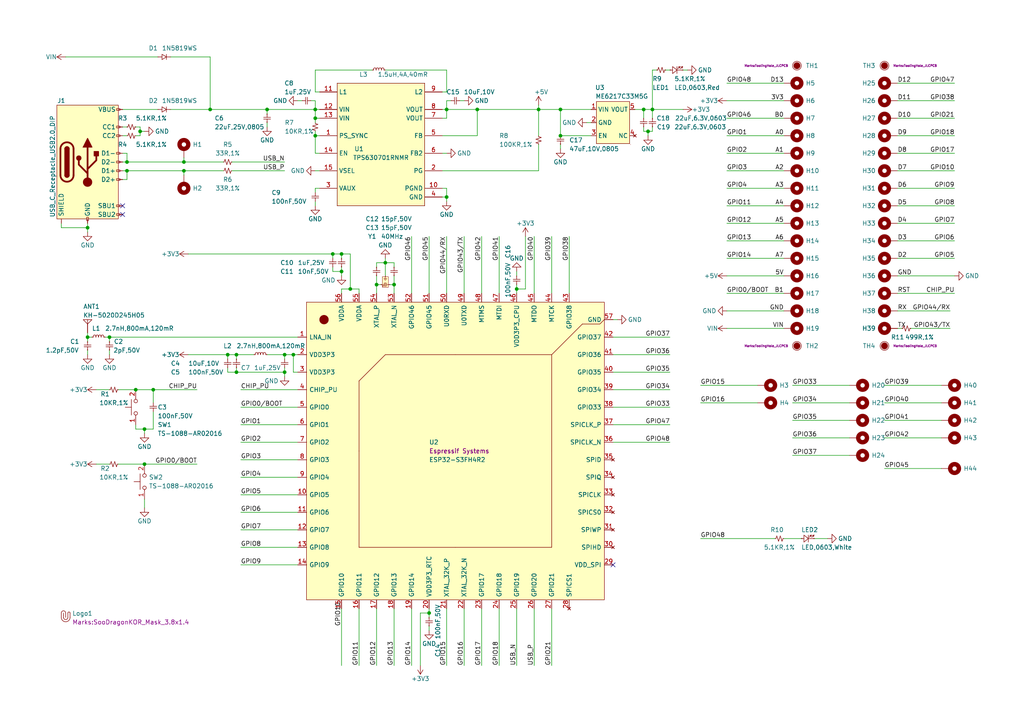
<source format=kicad_sch>
(kicad_sch (version 20250114) (generator "eeschema") (generator_version "9.0")
  (paper "A4")
  (title_block (rev "1") (company "Geekble") (comment 1 "2-Layer, 1-Oz, JLC PCB Fabrication") (comment 4 "SooDragon"))
  (junction (at 53.34 49.53))
  (junction (at 25.4 97.79))
  (junction (at 162.56 31.75))
  (junction (at 124.46 177.8))
  (junction (at 85.09 102.87))
  (junction (at 186.69 31.75))
  (junction (at 99.06 73.66))
  (junction (at 91.44 31.75))
  (junction (at 91.44 39.37))
  (junction (at 149.86 83.82))
  (junction (at 60.96 31.75))
  (junction (at 36.83 49.53))
  (junction (at 111.76 76.2))
  (junction (at 129.54 31.75))
  (junction (at 101.6 83.82))
  (junction (at 162.56 39.37))
  (junction (at 138.43 31.75))
  (junction (at 189.23 31.75))
  (junction (at 68.58 107.95))
  (junction (at 82.55 107.95))
  (junction (at 31.75 97.79))
  (junction (at 96.52 73.66))
  (junction (at 68.58 102.87))
  (junction (at 91.44 34.29))
  (junction (at 77.47 31.75))
  (junction (at 39.37 113.03))
  (junction (at 187.96 38.1))
  (junction (at 40.64 38.1))
  (junction (at 114.3 82.55))
  (junction (at 109.22 82.55))
  (junction (at 82.55 102.87))
  (junction (at 41.91 134.62))
  (junction (at 36.83 46.99))
  (junction (at 99.06 78.74))
  (junction (at 66.04 102.87))
  (junction (at 41.91 124.46))
  (junction (at 44.45 113.03))
  (junction (at 129.54 57.15))
  (junction (at 25.4 66.04))
  (junction (at 53.34 46.99))
  (junction (at 156.21 31.75))
  (no_connect (at 35.56 62.23))
  (no_connect (at 35.56 59.69))
  (no_connect (at 177.8 163.83))
  (wire (pts (xy 139.7 68.58) (xy 139.7 85.09)))
  (wire (pts (xy 99.06 73.66) (xy 96.52 73.66)))
  (wire (pts (xy 121.92 177.8) (xy 124.46 177.8)))
  (wire (pts (xy 25.4 101.6) (xy 25.4 102.87)))
  (wire (pts (xy 165.1 68.58) (xy 165.1 85.09)))
  (wire (pts (xy 66.04 106.68) (xy 66.04 107.95)))
  (wire (pts (xy 30.48 97.79) (xy 31.75 97.79)))
  (wire (pts (xy 152.4 83.82) (xy 149.86 83.82)))
  (wire (pts (xy 66.04 107.95) (xy 68.58 107.95)))
  (wire (pts (xy 91.44 39.37) (xy 91.44 44.45)))
  (wire (pts (xy 187.96 38.1) (xy 186.69 38.1)))
  (wire (pts (xy 104.14 193.04) (xy 104.14 176.53)))
  (wire (pts (xy 276.86 29.21) (xy 260.35 29.21)))
  (wire (pts (xy 119.38 68.58) (xy 119.38 85.09)))
  (wire (pts (xy 194.31 107.95) (xy 177.8 107.95)))
  (wire (pts (xy 25.4 66.04) (xy 17.78 66.04)))
  (wire (pts (xy 156.21 31.75) (xy 156.21 39.37)))
  (wire (pts (xy 162.56 39.37) (xy 171.45 39.37)))
  (wire (pts (xy 67.31 46.99) (xy 82.55 46.99)))
  (wire (pts (xy 129.54 193.04) (xy 129.54 176.53)))
  (wire (pts (xy 149.86 83.82) (xy 149.86 82.55)))
  (wire (pts (xy 124.46 177.8) (xy 124.46 179.07)))
  (wire (pts (xy 99.06 85.09) (xy 99.06 83.82)))
  (wire (pts (xy 25.4 64.77) (xy 25.4 66.04)))
  (wire (pts (xy 129.54 57.15) (xy 129.54 58.42)))
  (wire (pts (xy 189.23 34.29) (xy 189.23 31.75)))
  (wire (pts (xy 44.45 124.46) (xy 44.45 119.38)))
  (wire (pts (xy 67.31 49.53) (xy 82.55 49.53)))
  (wire (pts (xy 82.55 102.87) (xy 85.09 102.87)))
  (wire (pts (xy 227.33 85.09) (xy 210.82 85.09)))
  (wire (pts (xy 121.92 193.04) (xy 121.92 177.8)))
  (wire (pts (xy 53.34 49.53) (xy 64.77 49.53)))
  (wire (pts (xy 36.83 46.99) (xy 53.34 46.99)))
  (wire (pts (xy 114.3 193.04) (xy 114.3 176.53)))
  (wire (pts (xy 53.34 49.53) (xy 53.34 50.8)))
  (wire (pts (xy 109.22 82.55) (xy 109.22 85.09)))
  (wire (pts (xy 193.04 20.32) (xy 194.31 20.32)))
  (wire (pts (xy 227.33 39.37) (xy 210.82 39.37)))
  (wire (pts (xy 69.85 143.51) (xy 86.36 143.51)))
  (wire (pts (xy 109.22 76.2) (xy 109.22 77.47)))
  (wire (pts (xy 69.85 123.19) (xy 86.36 123.19)))
  (wire (pts (xy 130.81 29.21) (xy 129.54 29.21)))
  (wire (pts (xy 149.86 80.01) (xy 149.86 78.74)))
  (wire (pts (xy 210.82 64.77) (xy 227.33 64.77)))
  (wire (pts (xy 194.31 123.19) (xy 177.8 123.19)))
  (wire (pts (xy 54.61 102.87) (xy 66.04 102.87)))
  (wire (pts (xy 25.4 96.52) (xy 25.4 97.79)))
  (wire (pts (xy 39.37 39.37) (xy 40.64 39.37)))
  (wire (pts (xy 194.31 97.79) (xy 177.8 97.79)))
  (wire (pts (xy 82.55 106.68) (xy 82.55 107.95)))
  (wire (pts (xy 60.96 16.51) (xy 60.96 31.75)))
  (wire (pts (xy 260.35 34.29) (xy 276.86 34.29)))
  (wire (pts (xy 229.87 111.76) (xy 246.38 111.76)))
  (wire (pts (xy 35.56 44.45) (xy 36.83 44.45)))
  (wire (pts (xy 99.06 78.74) (xy 99.06 80.01)))
  (wire (pts (xy 114.3 77.47) (xy 114.3 76.2)))
  (wire (pts (xy 240.03 156.21) (xy 236.22 156.21)))
  (wire (pts (xy 91.44 31.75) (xy 92.71 31.75)))
  (wire (pts (xy 36.83 49.53) (xy 36.83 52.07)))
  (wire (pts (xy 138.43 31.75) (xy 156.21 31.75)))
  (wire (pts (xy 91.44 20.32) (xy 91.44 26.67)))
  (wire (pts (xy 124.46 181.61) (xy 124.46 182.88)))
  (wire (pts (xy 154.94 176.53) (xy 154.94 193.04)))
  (wire (pts (xy 91.44 34.29) (xy 92.71 34.29)))
  (wire (pts (xy 49.53 16.51) (xy 60.96 16.51)))
  (wire (pts (xy 77.47 31.75) (xy 91.44 31.75)))
  (wire (pts (xy 39.37 113.03) (xy 44.45 113.03)))
  (wire (pts (xy 77.47 102.87) (xy 82.55 102.87)))
  (wire (pts (xy 190.5 20.32) (xy 189.23 20.32)))
  (wire (pts (xy 40.64 38.1) (xy 40.64 36.83)))
  (wire (pts (xy 66.04 104.14) (xy 66.04 102.87)))
  (wire (pts (xy 25.4 97.79) (xy 25.4 99.06)))
  (wire (pts (xy 69.85 128.27) (xy 86.36 128.27)))
  (wire (pts (xy 114.3 82.55) (xy 114.3 85.09)))
  (wire (pts (xy 35.56 52.07) (xy 36.83 52.07)))
  (wire (pts (xy 128.27 57.15) (xy 129.54 57.15)))
  (wire (pts (xy 139.7 193.04) (xy 139.7 176.53)))
  (wire (pts (xy 189.23 31.75) (xy 198.12 31.75)))
  (wire (pts (xy 77.47 35.56) (xy 77.47 36.83)))
  (wire (pts (xy 162.56 31.75) (xy 171.45 31.75)))
  (wire (pts (xy 256.54 116.84) (xy 273.05 116.84)))
  (wire (pts (xy 186.69 31.75) (xy 186.69 34.29)))
  (wire (pts (xy 41.91 124.46) (xy 41.91 125.73)))
  (wire (pts (xy 85.09 107.95) (xy 85.09 102.87)))
  (wire (pts (xy 210.82 59.69) (xy 227.33 59.69)))
  (wire (pts (xy 276.86 44.45) (xy 260.35 44.45)))
  (wire (pts (xy 60.96 31.75) (xy 77.47 31.75)))
  (wire (pts (xy 90.17 29.21) (xy 91.44 29.21)))
  (wire (pts (xy 34.29 134.62) (xy 41.91 134.62)))
  (wire (pts (xy 27.94 134.62) (xy 31.75 134.62)))
  (wire (pts (xy 162.56 39.37) (xy 162.56 31.75)))
  (wire (pts (xy 54.61 73.66) (xy 96.52 73.66)))
  (wire (pts (xy 99.06 77.47) (xy 99.06 78.74)))
  (wire (pts (xy 227.33 44.45) (xy 210.82 44.45)))
  (wire (pts (xy 69.85 148.59) (xy 86.36 148.59)))
  (wire (pts (xy 128.27 44.45) (xy 129.54 44.45)))
  (wire (pts (xy 101.6 83.82) (xy 104.14 83.82)))
  (wire (pts (xy 96.52 77.47) (xy 96.52 78.74)))
  (wire (pts (xy 229.87 127) (xy 246.38 127)))
  (wire (pts (xy 109.22 80.01) (xy 109.22 82.55)))
  (wire (pts (xy 34.29 113.03) (xy 39.37 113.03)))
  (wire (pts (xy 39.37 124.46) (xy 41.91 124.46)))
  (wire (pts (xy 69.85 138.43) (xy 86.36 138.43)))
  (wire (pts (xy 184.15 31.75) (xy 186.69 31.75)))
  (wire (pts (xy 41.91 134.62) (xy 57.15 134.62)))
  (wire (pts (xy 114.3 76.2) (xy 111.76 76.2)))
  (wire (pts (xy 53.34 45.72) (xy 53.34 46.99)))
  (wire (pts (xy 49.53 31.75) (xy 60.96 31.75)))
  (wire (pts (xy 260.35 95.25) (xy 261.62 95.25)))
  (wire (pts (xy 114.3 80.01) (xy 114.3 82.55)))
  (wire (pts (xy 156.21 30.48) (xy 156.21 31.75)))
  (wire (pts (xy 27.94 113.03) (xy 31.75 113.03)))
  (wire (pts (xy 256.54 135.89) (xy 273.05 135.89)))
  (wire (pts (xy 104.14 83.82) (xy 104.14 85.09)))
  (wire (pts (xy 160.02 68.58) (xy 160.02 85.09)))
  (wire (pts (xy 194.31 113.03) (xy 177.8 113.03)))
  (wire (pts (xy 35.56 31.75) (xy 45.72 31.75)))
  (wire (pts (xy 276.86 39.37) (xy 260.35 39.37)))
  (wire (pts (xy 41.91 124.46) (xy 44.45 124.46)))
  (wire (pts (xy 44.45 113.03) (xy 44.45 116.84)))
  (wire (pts (xy 128.27 39.37) (xy 138.43 39.37)))
  (wire (pts (xy 99.06 73.66) (xy 101.6 73.66)))
  (wire (pts (xy 194.31 128.27) (xy 177.8 128.27)))
  (wire (pts (xy 69.85 163.83) (xy 86.36 163.83)))
  (wire (pts (xy 149.86 85.09) (xy 149.86 83.82)))
  (wire (pts (xy 91.44 26.67) (xy 92.71 26.67)))
  (wire (pts (xy 109.22 193.04) (xy 109.22 176.53)))
  (wire (pts (xy 99.06 193.04) (xy 99.06 176.53)))
  (wire (pts (xy 128.27 31.75) (xy 129.54 31.75)))
  (wire (pts (xy 99.06 83.82) (xy 101.6 83.82)))
  (wire (pts (xy 91.44 44.45) (xy 92.71 44.45)))
  (wire (pts (xy 227.33 80.01) (xy 210.82 80.01)))
  (wire (pts (xy 31.75 102.87) (xy 31.75 101.6)))
  (wire (pts (xy 35.56 49.53) (xy 36.83 49.53)))
  (wire (pts (xy 99.06 73.66) (xy 99.06 74.93)))
  (wire (pts (xy 35.56 36.83) (xy 36.83 36.83)))
  (wire (pts (xy 156.21 49.53) (xy 156.21 41.91)))
  (wire (pts (xy 227.33 54.61) (xy 210.82 54.61)))
  (wire (pts (xy 210.82 74.93) (xy 227.33 74.93)))
  (wire (pts (xy 91.44 39.37) (xy 92.71 39.37)))
  (wire (pts (xy 82.55 107.95) (xy 82.55 109.22)))
  (wire (pts (xy 96.52 78.74) (xy 99.06 78.74)))
  (wire (pts (xy 256.54 127) (xy 273.05 127)))
  (wire (pts (xy 86.36 29.21) (xy 87.63 29.21)))
  (wire (pts (xy 69.85 118.11) (xy 86.36 118.11)))
  (wire (pts (xy 91.44 38.1) (xy 91.44 39.37)))
  (wire (pts (xy 113.03 82.55) (xy 114.3 82.55)))
  (wire (pts (xy 31.75 97.79) (xy 86.36 97.79)))
  (wire (pts (xy 96.52 73.66) (xy 96.52 74.93)))
  (wire (pts (xy 91.44 34.29) (xy 91.44 35.56)))
  (wire (pts (xy 138.43 31.75) (xy 138.43 39.37)))
  (wire (pts (xy 232.41 156.21) (xy 227.33 156.21)))
  (wire (pts (xy 203.2 156.21) (xy 224.79 156.21)))
  (wire (pts (xy 210.82 69.85) (xy 227.33 69.85)))
  (wire (pts (xy 276.86 74.93) (xy 260.35 74.93)))
  (wire (pts (xy 276.86 54.61) (xy 260.35 54.61)))
  (wire (pts (xy 91.44 55.88) (xy 91.44 54.61)))
  (wire (pts (xy 69.85 133.35) (xy 86.36 133.35)))
  (wire (pts (xy 256.54 121.92) (xy 273.05 121.92)))
  (wire (pts (xy 210.82 24.13) (xy 227.33 24.13)))
  (wire (pts (xy 110.49 82.55) (xy 109.22 82.55)))
  (wire (pts (xy 129.54 20.32) (xy 129.54 26.67)))
  (wire (pts (xy 149.86 176.53) (xy 149.86 193.04)))
  (wire (pts (xy 124.46 68.58) (xy 124.46 85.09)))
  (wire (pts (xy 194.31 102.87) (xy 177.8 102.87)))
  (wire (pts (xy 156.21 31.75) (xy 162.56 31.75)))
  (wire (pts (xy 119.38 193.04) (xy 119.38 176.53)))
  (wire (pts (xy 91.44 49.53) (xy 92.71 49.53)))
  (wire (pts (xy 91.44 29.21) (xy 91.44 31.75)))
  (wire (pts (xy 134.62 68.58) (xy 134.62 85.09)))
  (wire (pts (xy 203.2 116.84) (xy 219.71 116.84)))
  (wire (pts (xy 229.87 121.92) (xy 246.38 121.92)))
  (wire (pts (xy 276.86 59.69) (xy 260.35 59.69)))
  (wire (pts (xy 35.56 46.99) (xy 36.83 46.99)))
  (wire (pts (xy 111.76 20.32) (xy 129.54 20.32)))
  (wire (pts (xy 129.54 29.21) (xy 129.54 31.75)))
  (wire (pts (xy 256.54 111.76) (xy 273.05 111.76)))
  (wire (pts (xy 68.58 106.68) (xy 68.58 107.95)))
  (wire (pts (xy 91.44 34.29) (xy 91.44 31.75)))
  (wire (pts (xy 144.78 68.58) (xy 144.78 85.09)))
  (wire (pts (xy 133.35 29.21) (xy 134.62 29.21)))
  (wire (pts (xy 128.27 54.61) (xy 129.54 54.61)))
  (wire (pts (xy 144.78 193.04) (xy 144.78 176.53)))
  (wire (pts (xy 69.85 153.67) (xy 86.36 153.67)))
  (wire (pts (xy 91.44 54.61) (xy 92.71 54.61)))
  (wire (pts (xy 68.58 102.87) (xy 68.58 104.14)))
  (wire (pts (xy 107.95 20.32) (xy 91.44 20.32)))
  (wire (pts (xy 227.33 90.17) (xy 210.82 90.17)))
  (wire (pts (xy 36.83 49.53) (xy 53.34 49.53)))
  (wire (pts (xy 19.05 16.51) (xy 45.72 16.51)))
  (wire (pts (xy 264.16 95.25) (xy 275.59 95.25)))
  (wire (pts (xy 129.54 68.58) (xy 129.54 85.09)))
  (wire (pts (xy 260.35 85.09) (xy 276.86 85.09)))
  (wire (pts (xy 129.54 54.61) (xy 129.54 57.15)))
  (wire (pts (xy 68.58 102.87) (xy 73.66 102.87)))
  (wire (pts (xy 276.86 64.77) (xy 260.35 64.77)))
  (wire (pts (xy 25.4 66.04) (xy 25.4 67.31)))
  (wire (pts (xy 186.69 38.1) (xy 186.69 36.83)))
  (wire (pts (xy 276.86 69.85) (xy 260.35 69.85)))
  (wire (pts (xy 198.12 20.32) (xy 199.39 20.32)))
  (wire (pts (xy 69.85 158.75) (xy 86.36 158.75)))
  (wire (pts (xy 17.78 66.04) (xy 17.78 64.77)))
  (wire (pts (xy 40.64 39.37) (xy 40.64 38.1)))
  (wire (pts (xy 187.96 39.37) (xy 187.96 38.1)))
  (wire (pts (xy 25.4 97.79) (xy 26.67 97.79)))
  (wire (pts (xy 189.23 20.32) (xy 189.23 31.75)))
  (wire (pts (xy 275.59 90.17) (xy 260.35 90.17)))
  (wire (pts (xy 170.18 35.56) (xy 171.45 35.56)))
  (wire (pts (xy 111.76 76.2) (xy 109.22 76.2)))
  (wire (pts (xy 128.27 34.29) (xy 129.54 34.29)))
  (wire (pts (xy 66.04 102.87) (xy 68.58 102.87)))
  (wire (pts (xy 39.37 36.83) (xy 40.64 36.83)))
  (wire (pts (xy 129.54 31.75) (xy 129.54 34.29)))
  (wire (pts (xy 82.55 102.87) (xy 82.55 104.14)))
  (wire (pts (xy 129.54 31.75) (xy 138.43 31.75)))
  (wire (pts (xy 229.87 116.84) (xy 246.38 116.84)))
  (wire (pts (xy 260.35 80.01) (xy 276.86 80.01)))
  (wire (pts (xy 128.27 49.53) (xy 156.21 49.53)))
  (wire (pts (xy 69.85 113.03) (xy 86.36 113.03)))
  (wire (pts (xy 187.96 38.1) (xy 189.23 38.1)))
  (wire (pts (xy 86.36 107.95) (xy 85.09 107.95)))
  (wire (pts (xy 44.45 113.03) (xy 57.15 113.03)))
  (wire (pts (xy 229.87 132.08) (xy 246.38 132.08)))
  (wire (pts (xy 124.46 176.53) (xy 124.46 177.8)))
  (wire (pts (xy 134.62 193.04) (xy 134.62 176.53)))
  (wire (pts (xy 53.34 46.99) (xy 64.77 46.99)))
  (wire (pts (xy 39.37 123.19) (xy 39.37 124.46)))
  (wire (pts (xy 31.75 97.79) (xy 31.75 99.06)))
  (wire (pts (xy 35.56 39.37) (xy 36.83 39.37)))
  (wire (pts (xy 91.44 58.42) (xy 91.44 59.69)))
  (wire (pts (xy 227.33 49.53) (xy 210.82 49.53)))
  (wire (pts (xy 77.47 31.75) (xy 77.47 33.02)))
  (wire (pts (xy 194.31 118.11) (xy 177.8 118.11)))
  (wire (pts (xy 210.82 95.25) (xy 227.33 95.25)))
  (wire (pts (xy 85.09 102.87) (xy 86.36 102.87)))
  (wire (pts (xy 152.4 68.58) (xy 152.4 83.82)))
  (wire (pts (xy 177.8 92.71) (xy 179.07 92.71)))
  (wire (pts (xy 36.83 44.45) (xy 36.83 46.99)))
  (wire (pts (xy 227.33 34.29) (xy 210.82 34.29)))
  (wire (pts (xy 203.2 111.76) (xy 219.71 111.76)))
  (wire (pts (xy 189.23 38.1) (xy 189.23 36.83)))
  (wire (pts (xy 111.76 76.2) (xy 111.76 80.01)))
  (wire (pts (xy 160.02 176.53) (xy 160.02 193.04)))
  (wire (pts (xy 186.69 31.75) (xy 189.23 31.75)))
  (wire (pts (xy 276.86 49.53) (xy 260.35 49.53)))
  (wire (pts (xy 276.86 24.13) (xy 260.35 24.13)))
  (wire (pts (xy 40.64 38.1) (xy 41.91 38.1)))
  (wire (pts (xy 111.76 74.93) (xy 111.76 76.2)))
  (wire (pts (xy 41.91 144.78) (xy 41.91 147.32)))
  (wire (pts (xy 129.54 26.67) (xy 128.27 26.67)))
  (wire (pts (xy 101.6 73.66) (xy 101.6 83.82)))
  (wire (pts (xy 68.58 107.95) (xy 82.55 107.95)))
  (wire (pts (xy 162.56 43.18) (xy 162.56 41.91)))
  (wire (pts (xy 154.94 68.58) (xy 154.94 85.09)))
  (wire (pts (xy 227.33 29.21) (xy 210.82 29.21)))
  (label "GPIO18" (at 276.86 39.37 180))
  (label "GND" (at 227.33 90.17 180))
  (label "GPIO14" (at 119.38 193.04 90))
  (label "A5" (at 227.33 64.77 180))
  (label "GPIO1" (at 69.85 123.19 0))
  (label "GPIO4" (at 69.85 138.43 0))
  (label "GPIO15" (at 203.2 111.76 0))
  (label "D11" (at 260.35 29.21 0))
  (label "GPIO45" (at 256.54 135.89 0))
  (label "GPIO37" (at 194.31 97.79 180))
  (label "GPIO39" (at 256.54 111.76 0))
  (label "A3" (at 227.33 54.61 180))
  (label "GPIO48" (at 203.2 156.21 0))
  (label "GPIO38" (at 276.86 29.21 180))
  (label "GPIO40" (at 256.54 116.84 0))
  (label "GPIO12" (at 210.82 64.77 0))
  (label "GPIO34" (at 194.31 113.03 180))
  (label "D13" (at 227.33 24.13 180))
  (label "GPIO0{slash}BOOT" (at 210.82 85.09 0))
  (label "GPIO21" (at 160.02 193.04 90))
  (label "D10" (at 260.35 34.29 0))
  (label "D5" (at 260.35 59.69 0))
  (label "GPIO36" (at 194.31 102.87 180))
  (label "GPIO46" (at 119.38 68.58 270))
  (label "GPIO5" (at 276.86 74.93 180))
  (label "GPIO47" (at 276.86 24.13 180))
  (label "GPIO44{slash}RX" (at 275.59 90.17 180))
  (label "GPIO14" (at 210.82 74.93 0))
  (label "GPIO39" (at 160.02 68.58 270))
  (label "GND" (at 260.35 80.01 0))
  (label "B0" (at 227.33 34.29 180))
  (label "GPIO44{slash}RX" (at 129.54 68.58 270))
  (label "GPIO35" (at 229.87 121.92 0))
  (label "GPIO13" (at 114.3 193.04 90))
  (label "GPIO2" (at 210.82 44.45 0))
  (label "GPIO2" (at 69.85 128.27 0))
  (label "GPIO16" (at 203.2 116.84 0))
  (label "USB_N" (at 149.86 193.04 90))
  (label "GPIO41" (at 256.54 121.92 0))
  (label "D8" (at 260.35 44.45 0))
  (label "A7" (at 227.33 74.93 180))
  (label "GPIO33" (at 229.87 111.76 0))
  (label "TX" (at 260.35 95.25 0))
  (label "GPIO0{slash}BOOT" (at 69.85 118.11 0))
  (label "GPIO15" (at 129.54 193.04 90))
  (label "A4" (at 227.33 59.69 180))
  (label "A2" (at 227.33 49.53 180))
  (label "GPIO41" (at 144.78 68.58 270))
  (label "GPIO37" (at 229.87 132.08 0))
  (label "GPIO3" (at 69.85 133.35 0))
  (label "CHIP_PU" (at 69.85 113.03 0))
  (label "A6" (at 227.33 69.85 180))
  (label "5V" (at 227.33 80.01 180))
  (label "GPIO13" (at 210.82 69.85 0))
  (label "GPIO8" (at 69.85 158.75 0))
  (label "GPIO11" (at 210.82 59.69 0))
  (label "GPIO6" (at 69.85 148.59 0))
  (label "GPIO5" (at 69.85 143.51 0))
  (label "GPIO43{slash}TX" (at 275.59 95.25 180))
  (label "USB_P" (at 82.55 49.53 180))
  (label "GPIO3" (at 210.82 49.53 0))
  (label "GPIO10" (at 276.86 49.53 180))
  (label "GPIO12" (at 109.22 193.04 90))
  (label "CHIP_PU" (at 276.86 85.09 180))
  (label "D4" (at 260.35 64.77 0))
  (label "GPIO18" (at 144.78 193.04 90))
  (label "RST" (at 260.35 85.09 0))
  (label "GPIO33" (at 194.31 118.11 180))
  (label "GPIO35" (at 194.31 107.95 180))
  (label "GPIO36" (at 229.87 127 0))
  (label "GPIO38" (at 165.1 68.58 270))
  (label "GPIO40" (at 154.94 68.58 270))
  (label "USB_P" (at 154.94 193.04 90))
  (label "GPIO7" (at 69.85 153.67 0))
  (label "VIN" (at 227.33 95.25 180))
  (label "GPIO45" (at 124.46 68.58 270))
  (label "GPIO1" (at 210.82 39.37 0))
  (label "GPIO17" (at 139.7 193.04 90))
  (label "GPIO48" (at 210.82 24.13 0))
  (label "GPIO21" (at 276.86 34.29 180))
  (label "GPIO43{slash}TX" (at 134.62 68.58 270))
  (label "USB_N" (at 82.55 46.99 180))
  (label "GPIO48" (at 194.31 128.27 180))
  (label "RX" (at 260.35 90.17 0))
  (label "D2" (at 260.35 74.93 0))
  (label "D12" (at 260.35 24.13 0))
  (label "GPIO6" (at 276.86 69.85 180))
  (label "GPIO47" (at 194.31 123.19 180))
  (label "D3" (at 260.35 69.85 0))
  (label "GPIO42" (at 139.7 68.58 270))
  (label "A1" (at 227.33 44.45 180))
  (label "GPIO42" (at 256.54 127 0))
  (label "D9" (at 260.35 39.37 0))
  (label "B1" (at 227.33 85.09 180))
  (label "GPIO7" (at 276.86 64.77 180))
  (label "D7" (at 260.35 49.53 0))
  (label "GPIO10" (at 99.06 181.61 90))
  (label "CHIP_PU" (at 57.15 113.03 180))
  (label "GPIO4" (at 210.82 54.61 0))
  (label "GPIO0{slash}BOOT" (at 57.15 134.62 180))
  (label "3V3" (at 227.33 29.21 180))
  (label "GPIO11" (at 104.14 193.04 90))
  (label "GPIO46" (at 210.82 34.29 0))
  (label "GPIO8" (at 276.86 59.69 180))
  (label "GPIO34" (at 229.87 116.84 0))
  (label "GPIO17" (at 276.86 44.45 180))
  (label "A0" (at 227.33 39.37 180))
  (label "D6" (at 260.35 54.61 0))
  (label "GPIO16" (at 134.62 193.04 90))
  (label "GPIO9" (at 276.86 54.61 180))
  (label "GPIO9" (at 69.85 163.83 0))
  (symbol (lib_id "Resistors:5.1KR,1%") (at 38.1 36.83 0) (unit 1)
    (property "Reference" "R3" (at 35.56 34.29 0))
    (property "Value" "5.1KR,1%" (at 39.37 34.29 0) (effects (justify left)))
    (property "Footprint" "Resistors:R_0402" (effects (hide yes)))
    (property "Datasheet" "https://datasheet.lcsc.com/szlcsc/Uniroyal-Elec-0402WGF5101TCE_C25905.pdf" (effects (hide yes)))
    (property "LCSC" "C25905" (effects (hide yes)))
    (property "Manufacturer Part Number" "0402WGF5101TCE" (effects (hide yes)))
    (property "Manufacturer" "Uniroyal Elec" (effects (hide yes)))
    (property "Library Type" "Basic" (effects (hide yes)))
  )
  (symbol (lib_id "Power_Management_ICs:TPS630701RNMR") (at 110.49 44.45 0) (unit 1)
    (property "Reference" "U1" (at 104.14 43.18 0))
    (property "Value" "TPS630701RNMR" (at 110.49 45.72 0))
    (property "Footprint" "Power_Management_ICs:RNM0015A" (effects (hide yes)))
    (property "Datasheet" "https://www.lcsc.com/datasheet/lcsc_datasheet_2303010030_Texas-Instruments-TPS630701RNMR_C2876599.pdf" (effects (hide yes)))
    (property "Description" "2-V to 16-V Buck-Boost Converter With 3.6-A Switch Current" (effects (hide yes)))
    (property "LCSC" "C2876599" (effects (hide yes)))
    (property "Manufacturer Part Number" "TPS630701RNMR" (effects (hide yes)))
    (property "Manufacturer" "Texas Instruments" (effects (hide yes)))
    (property "Library Type" "Extended" (effects (hide yes)))
  )
  (symbol (lib_id "power:GND") (at 134.62 29.21 90) (unit 1)
    (property "Reference" "#PWR023" (effects (hide yes)))
    (property "Value" "GND" (at 139.7 29.21 90))
  )
  (symbol (lib_id "Inductors_Chokes_Transformers:1.5uH,4A,40mR") (at 110.49 20.32 0) (unit 1)
    (property "Reference" "L3" (at 105.41 21.59 0))
    (property "Value" "1.5uH,4A,40mR" (at 116.84 21.59 0))
    (property "Footprint" "Inductors_Chokes_Transformers:FTC201612S" (effects (hide yes)))
    (property "Datasheet" "https://datasheet.lcsc.com/lcsc/2304140030_TDK-MLK1005S2N7ST000_C76791.pdf" (effects (hide yes)))
    (property "Description" "4A 1.5uH Integrated molded inductor ±20% 4A SMD,1.6x2mm  Power Inductors ROHS" (effects (hide yes)))
    (property "LCSC" "C5832350" (effects (hide yes)))
    (property "Manufacturer Part Number" "FTC201612S1R5MBCA" (effects (hide yes)))
    (property "Manufacturer" "cjiang (Changjiang Microelectronics Tech)" (effects (hide yes)))
    (property "Library Type" "Extended" (effects (hide yes)))
  )
  (symbol (lib_id "power:GND") (at 129.54 58.42 0) (unit 1)
    (property "Reference" "#PWR022" (effects (hide yes)))
    (property "Value" "GND" (at 129.54 62.23 0))
  )
  (symbol (lib_id "power:GND") (at 82.55 109.22 0) (unit 1)
    (property "Reference" "#PWR013" (effects (hide yes)))
    (property "Value" "GND" (at 78.74 110.49 0))
  )
  (symbol (lib_id "Resistors:5.1KR,1%") (at 38.1 39.37 0) (unit 1)
    (property "Reference" "R4" (at 35.56 41.91 0))
    (property "Value" "5.1KR,1%" (at 39.37 41.91 0) (effects (justify left)))
    (property "Footprint" "Resistors:R_0402" (effects (hide yes)))
    (property "Datasheet" "https://datasheet.lcsc.com/szlcsc/Uniroyal-Elec-0402WGF5101TCE_C25905.pdf" (effects (hide yes)))
    (property "LCSC" "C25905" (effects (hide yes)))
    (property "Manufacturer Part Number" "0402WGF5101TCE" (effects (hide yes)))
    (property "Manufacturer" "Uniroyal Elec" (effects (hide yes)))
    (property "Library Type" "Basic" (effects (hide yes)))
  )
  (symbol (lib_id "power:GND") (at 162.56 43.18 0) (unit 1)
    (property "Reference" "#PWR027" (effects (hide yes)))
    (property "Value" "GND" (at 162.56 46.99 0))
  )
  (symbol (lib_id "Pushbutton_Switches_Relays:TS-1088-AR02016") (at 44.45 139.7 90) (unit 1)
    (property "Reference" "SW2" (at 43.18 138.43 90) (effects (justify right)))
    (property "Value" "TS-1088-AR02016" (at 43.18 140.97 90) (effects (justify right)))
    (property "Footprint" "Pushbutton_Switches_Relays:TS-1088-AR020" (effects (hide yes)))
    (property "Datasheet" "https://datasheet.lcsc.com/lcsc/2304140030_XUNPU-TS-1088-AR02016_C720477.pdf" (effects (hide yes)))
    (property "Manufacturer" "XUNPU" (effects (hide yes)))
    (property "Manufacturer Part Number" "TS-1088-AR02016" (effects (hide yes)))
    (property "LCSC" "C720477" (effects (hide yes)))
    (property "Library Type" "Extended" (effects (hide yes)))
  )
  (symbol (lib_id "power:GND") (at 86.36 29.21 270) (unit 1)
    (property "Reference" "#PWR014" (effects (hide yes)))
    (property "Value" "GND" (at 81.28 29.21 90))
  )
  (symbol (lib_id "power:+3V3") (at 198.12 31.75 270) (unit 1)
    (property "Reference" "#PWR031" (effects (hide yes)))
    (property "Value" "+3V3" (at 200.66 31.75 90) (effects (justify left)))
  )
  (symbol (lib_id "Marks:MountingHole_Pad") (at 248.92 121.92 270) (unit 1)
    (property "Reference" "H22" (at 252.7876 121.9199 90) (effects (justify left)))
    (property "Value" "MountingHole_Pad" (effects (hide yes)))
    (property "Footprint" "Connectors:1x1_1.0piPad_SMD" (effects (hide yes)))
  )
  (symbol (lib_id "Capacitors:22uF,6.3V,0603") (at 186.69 35.56 90) (unit 1)
    (property "Reference" "C18" (at 194.31 34.29 90) (effects (justify left)))
    (property "Value" "22uF,6.3V,0603" (at 210.82 34.29 90) (effects (justify left)))
    (property "Footprint" "Capacitors:C_0603" (effects (hide yes)))
    (property "Datasheet" "https://jlcpcb.com/api/file/downloadByFileSystemAccessId/8555544417670705152" (effects (hide yes)))
    (property "Description" "6.3V 22uF X5R ±20% 0603 Multilayer Ceramic Capacitors MLCC - SMD/SMT ROHS" (effects (hide yes)))
    (property "LCSC" "C59461" (effects (hide yes)))
    (property "Manufacturer Part Number" "CL10A226MQ8NRNC" (effects (hide yes)))
    (property "Manufacturer" "Samsung Electro-Mechanics" (effects (hide yes)))
    (property "Library Type" "Basic" (effects (hide yes)))
  )
  (symbol (lib_id "Marks:MountingHole_Pad") (at 257.81 29.21 90) (unit 1)
    (property "Reference" "H26" (at 254 29.21 90) (effects (justify left)))
    (property "Value" "MountingHole_Pad" (effects (hide yes)))
    (property "Footprint" "Connectors:1x1_P2.54_CastellatedPad" (effects (hide yes)))
  )
  (symbol (lib_name "5.1KR,1%_1") (lib_id "Resistors:5.1KR,1%") (at 226.06 156.21 180) (unit 1)
    (property "Reference" "R10" (at 227.33 153.67 0) (effects (justify left)))
    (property "Value" "5.1KR,1%" (at 226.06 158.75 0))
    (property "Footprint" "Resistors:R_0402" (effects (hide yes)))
    (property "Datasheet" "https://datasheet.lcsc.com/szlcsc/Uniroyal-Elec-0402WGF5101TCE_C25905.pdf" (effects (hide yes)))
    (property "LCSC" "C25905" (effects (hide yes)))
    (property "Manufacturer Part Number" "0402WGF5101TCE" (effects (hide yes)))
    (property "Manufacturer" "Uniroyal Elec" (effects (hide yes)))
    (property "Library Type" "Basic" (effects (hide yes)))
  )
  (symbol (lib_id "Pushbutton_Switches_Relays:TS-1088-AR02016") (at 41.91 118.11 90) (unit 1)
    (property "Reference" "SW1" (at 45.72 123.19 90) (effects (justify right)))
    (property "Value" "TS-1088-AR02016" (at 45.72 125.73 90) (effects (justify right)))
    (property "Footprint" "Pushbutton_Switches_Relays:TS-1088-AR020" (effects (hide yes)))
    (property "Datasheet" "https://datasheet.lcsc.com/lcsc/2304140030_XUNPU-TS-1088-AR02016_C720477.pdf" (effects (hide yes)))
    (property "Manufacturer" "XUNPU" (effects (hide yes)))
    (property "Manufacturer Part Number" "TS-1088-AR02016" (effects (hide yes)))
    (property "LCSC" "C720477" (effects (hide yes)))
    (property "Library Type" "Extended" (effects (hide yes)))
  )
  (symbol (lib_id "Capacitors:22uF,6.3V,0603") (at 189.23 35.56 90) (unit 1)
    (property "Reference" "C19" (at 190.5 36.83 90) (effects (justify right)))
    (property "Value" "22uF,6.3V,0603" (at 195.58 36.83 90) (effects (justify right)))
    (property "Footprint" "Capacitors:C_0603" (effects (hide yes)))
    (property "Datasheet" "https://jlcpcb.com/api/file/downloadByFileSystemAccessId/8555544417670705152" (effects (hide yes)))
    (property "Description" "6.3V 22uF X5R ±20% 0603 Multilayer Ceramic Capacitors MLCC - SMD/SMT ROHS" (effects (hide yes)))
    (property "LCSC" "C59461" (effects (hide yes)))
    (property "Manufacturer Part Number" "CL10A226MQ8NRNC" (effects (hide yes)))
    (property "Manufacturer" "Samsung Electro-Mechanics" (effects (hide yes)))
    (property "Library Type" "Basic" (effects (hide yes)))
  )
  (symbol (lib_id "power:GND") (at 199.39 20.32 90) (unit 1)
    (property "Reference" "#PWR032" (effects (hide yes)))
    (property "Value" "GND" (at 204.47 20.32 90))
  )
  (symbol (lib_id "Marks:MountingHole_Pad") (at 275.59 135.89 270) (unit 1)
    (property "Reference" "H44" (at 279.4576 135.8899 90) (effects (justify left)))
    (property "Value" "MountingHole_Pad" (effects (hide yes)))
    (property "Footprint" "Connectors:1x1_1.0piPad_SMD" (effects (hide yes)))
  )
  (symbol (lib_id "power:GND") (at 129.54 44.45 90) (unit 1)
    (property "Reference" "#PWR021" (effects (hide yes)))
    (property "Value" "GND" (at 134.62 44.45 90))
  )
  (symbol (lib_id "Marks:MountingHole_Pad") (at 229.87 69.85 270) (mirror x) (unit 1)
    (property "Reference" "H14" (at 233.68 69.85 90) (effects (justify left)))
    (property "Value" "MountingHole_Pad" (effects (hide yes)))
    (property "Footprint" "Connectors:1x1_P2.54_CastellatedPad" (effects (hide yes)))
  )
  (symbol (lib_id "Marks:ToolingHole") (at 256.54 100.33 0) (unit 1)
    (property "Reference" "TH4" (at 250.19 100.33 0) (effects (justify left)))
    (property "Value" "ToolingHole" (effects (hide yes)))
    (property "Footprint" "Marks:ToolingHole_JLCPCB" (at 259.08 100.33 0) (effects (font (size 0.635 0.635)) (justify left)))
  )
  (symbol (lib_id "Marks:MountingHole_Pad") (at 257.81 85.09 90) (mirror x) (unit 1)
    (property "Reference" "H37" (at 254 85.09 90) (effects (justify left)))
    (property "Value" "MountingHole_Pad" (effects (hide yes)))
    (property "Footprint" "Connectors:1x1_P2.54_CastellatedPad" (effects (hide yes)))
  )
  (symbol (lib_id "Power_Management_ICs:ME6217C33M5G") (at 177.8 35.56 0) (unit 1)
    (property "Reference" "U3" (at 173.99 25.4 0))
    (property "Value" "ME6217C33M5G" (at 180.34 27.94 0))
    (property "Footprint" "Power_Management_ICs:SOT-23-5" (effects (hide yes)))
    (property "Datasheet" "https://www.lcsc.com/datasheet/lcsc_datasheet_1912111437_MICRONE-Nanjing-Micro-One-Elec-ME6217C33M5G_C427602.pdf" (effects (hide yes)))
    (property "Description" "65dB@(1kHz) 800mA Fixed 3.3V Positive electrode 7V SOT-23-5 Voltage Regulators - Linear, Low Drop Out (LDO) Regulators ROHS" (effects (hide yes)))
    (property "LCSC" "C427602" (effects (hide yes)))
    (property "Manufacturer Part Number" "ME6217C33M5G" (effects (hide yes)))
    (property "Manufacturer" "MICRONE(Nanjing Micro One Elec)" (effects (hide yes)))
    (property "Library Type" "Extended" (effects (hide yes)))
  )
  (symbol (lib_id "Connectors:USB_C_Receptacle_USB2.0_DIP") (at 25.4 46.99 0) (unit 1)
    (property "Reference" "J1" (at 17.78 29.21 0))
    (property "Value" "USB_C_Receptacle_USB2.0_DIP" (at 15.24 48.26 90))
    (property "Footprint" "Connectors:USB_DIP,8.94x7.3mm" (effects (hide yes)))
    (property "Datasheet" "https://datasheet.lcsc.com/szlcsc/1811131825_Korean-Hroparts-Elec-TYPE-C-31-M-12_C165948.pdf" (effects (hide yes)))
    (property "LCSC" "C165948" (effects (hide yes)))
    (property "Manufacturer Part Number" "TYPE-C-31-M-12" (effects (hide yes)))
    (property "Manufacturer" "Korean Hroparts Elec" (effects (hide yes)))
    (property "Library Type" "Extended" (effects (hide yes)))
  )
  (symbol (lib_id "Capacitors:1uF,25V") (at 82.55 105.41 90) (unit 1)
    (property "Reference" "C7" (at 69.85 106.68 90) (effects (justify right)))
    (property "Value" "1uF,25V" (at 73.66 106.68 90) (effects (justify right)))
    (property "Footprint" "Capacitors:C_0402" (effects (hide yes)))
    (property "Datasheet" "https://datasheet.lcsc.com/lcsc/1811091611_Samsung-Electro-Mechanics-CL05A105KA5NQNC_C52923.pdf" (effects (hide yes)))
    (property "LCSC" "C52923" (effects (hide yes)))
    (property "Manufacturer Part Number" "CL05A105KA5NQNC" (effects (hide yes)))
    (property "Manufacturer" "Samsung Electro-Mechanics" (effects (hide yes)))
    (property "Library Type" "Basic" (effects (hide yes)))
  )
  (symbol (lib_id "power:+3V3") (at 27.94 134.62 90) (unit 1)
    (property "Reference" "#PWR05" (effects (hide yes)))
    (property "Value" "+3V3" (at 25.4 134.62 90) (effects (justify left)))
  )
  (symbol (lib_id "power:GND") (at 25.4 102.87 0) (unit 1)
    (property "Reference" "#PWR03" (effects (hide yes)))
    (property "Value" "GND" (at 25.4 106.68 0))
  )
  (symbol (lib_id "Capacitors:10nF,50V") (at 99.06 76.2 90) (unit 1)
    (property "Reference" "C11" (at 81.28 78.74 90) (effects (justify right)))
    (property "Value" "10nF,50V" (at 86.36 78.74 90) (effects (justify right)))
    (property "Footprint" "Capacitors:C_0402" (effects (hide yes)))
    (property "Datasheet" "https://datasheet.lcsc.com/lcsc/1810191223_Samsung-Electro-Mechanics-CL05B103KB5NNNC_C15195.pdf" (effects (hide yes)))
    (property "LCSC" "C15195" (effects (hide yes)))
    (property "Manufacturer Part Number" "CL05B103KB5NNNC" (effects (hide yes)))
    (property "Manufacturer" "Samsung Electro-Mechanics" (effects (hide yes)))
    (property "Library Type" "Basic" (effects (hide yes)))
  )
  (symbol (lib_id "Diodes:LED,0603,Red") (at 196.85 20.32 180) (unit 1)
    (property "Reference" "LED1" (at 189.23 25.4 0) (effects (justify right)))
    (property "Value" "LED,0603,Red" (at 195.58 25.4 0) (effects (justify right)))
    (property "Footprint" "Diodes:LED_0603_Red" (effects (hide yes)))
    (property "Datasheet" "Hubei-KENTO-Elec-KT-0603R_C2286.pdf" (effects (hide yes)))
    (property "LCSC" "C2286" (effects (hide yes)))
    (property "Manufacturer Part Number" "KT-0603R" (effects (hide yes)))
    (property "Manufacturer" "Hubei KENTO Elec" (effects (hide yes)))
    (property "Library Type" "Basic" (effects (hide yes)))
  )
  (symbol (lib_id "Marks:MountingHole_Pad") (at 229.87 54.61 270) (mirror x) (unit 1)
    (property "Reference" "H11" (at 233.68 54.61 90) (effects (justify left)))
    (property "Value" "MountingHole_Pad" (effects (hide yes)))
    (property "Footprint" "Connectors:1x1_P2.54_CastellatedPad" (effects (hide yes)))
  )
  (symbol (lib_id "Capacitors:100nF,50V") (at 124.46 180.34 270) (mirror x) (unit 1)
    (property "Reference" "C14" (at 127 186.69 0) (effects (justify right)))
    (property "Value" "100nF,50V" (at 127 175.26 0) (effects (justify right)))
    (property "Footprint" "Capacitors:C_0402" (effects (hide yes)))
    (property "Datasheet" "https://datasheet.lcsc.com/lcsc/1810191222_Samsung-Electro-Mechanics-CL05B104KB54PNC_C307331.pdf" (effects (hide yes)))
    (property "LCSC" "C307331" (effects (hide yes)))
    (property "Manufacturer Part Number" "CL05B104KB54PNC" (effects (hide yes)))
    (property "Manufacturer" "Samsung Electro-Mechanics" (effects (hide yes)))
    (property "Library Type" "Basic" (effects (hide yes)))
  )
  (symbol (lib_id "Capacitors:1uF,25V") (at 96.52 76.2 90) (unit 1)
    (property "Reference" "C10" (at 81.28 76.2 90) (effects (justify right)))
    (property "Value" "1uF,25V" (at 86.36 76.2 90) (effects (justify right)))
    (property "Footprint" "Capacitors:C_0402" (effects (hide yes)))
    (property "Datasheet" "https://datasheet.lcsc.com/lcsc/1811091611_Samsung-Electro-Mechanics-CL05A105KA5NQNC_C52923.pdf" (effects (hide yes)))
    (property "LCSC" "C52923" (effects (hide yes)))
    (property "Manufacturer Part Number" "CL05A105KA5NQNC" (effects (hide yes)))
    (property "Manufacturer" "Samsung Electro-Mechanics" (effects (hide yes)))
    (property "Library Type" "Basic" (effects (hide yes)))
  )
  (symbol (lib_id "Capacitors:100nF,50V") (at 44.45 118.11 90) (unit 1)
    (property "Reference" "C3" (at 45.72 118.11 90) (effects (justify right)))
    (property "Value" "100nF,50V" (at 45.72 120.65 90) (effects (justify right)))
    (property "Footprint" "Capacitors:C_0402" (effects (hide yes)))
    (property "Datasheet" "https://datasheet.lcsc.com/lcsc/1810191222_Samsung-Electro-Mechanics-CL05B104KB54PNC_C307331.pdf" (effects (hide yes)))
    (property "LCSC" "C307331" (effects (hide yes)))
    (property "Manufacturer Part Number" "CL05B104KB54PNC" (effects (hide yes)))
    (property "Manufacturer" "Samsung Electro-Mechanics" (effects (hide yes)))
    (property "Library Type" "Basic" (effects (hide yes)))
  )
  (symbol (lib_id "Capacitors:100nF,50V") (at 68.58 105.41 90) (unit 1)
    (property "Reference" "C5" (at 49.53 107.95 90) (effects (justify right)))
    (property "Value" "100nF,50V" (at 54.61 107.95 90) (effects (justify right)))
    (property "Footprint" "Capacitors:C_0402" (effects (hide yes)))
    (property "Datasheet" "https://datasheet.lcsc.com/lcsc/1810191222_Samsung-Electro-Mechanics-CL05B104KB54PNC_C307331.pdf" (effects (hide yes)))
    (property "LCSC" "C307331" (effects (hide yes)))
    (property "Manufacturer Part Number" "CL05B104KB54PNC" (effects (hide yes)))
    (property "Manufacturer" "Samsung Electro-Mechanics" (effects (hide yes)))
    (property "Library Type" "Basic" (effects (hide yes)))
  )
  (symbol (lib_id "Inductors_Chokes_Transformers:2.7nH,800mA,120mR") (at 29.21 97.79 0) (unit 1)
    (property "Reference" "L1" (at 26.67 95.25 0) (effects (justify left)))
    (property "Value" "2.7nH,800mA,120mR" (at 30.48 95.25 0) (effects (justify left)))
    (property "Footprint" "Inductors_Chokes_Transformers:L_0402" (effects (hide yes)))
    (property "Datasheet" "https://www.lcsc.com/datasheet/lcsc_datasheet_2304140030_Murata-Electronics-LQG15HS2N7S02D_C77108.pdf" (effects (hide yes)))
    (property "Description" "800mA 2.7nH 120mΩ 0402 Inductors (SMD) ROHS" (effects (hide yes)))
    (property "LCSC" "C77108" (effects (hide yes)))
    (property "Manufacturer Part Number" "LQG15HS2N7S02D" (effects (hide yes)))
    (property "Manufacturer" "Murata Electronics" (effects (hide yes)))
    (property "Library Type" "Extended" (effects (hide yes)))
  )
  (symbol (lib_id "power:GND") (at 170.18 35.56 270) (unit 1)
    (property "Reference" "#PWR028" (effects (hide yes)))
    (property "Value" "GND" (at 165.1 35.56 90))
  )
  (symbol (lib_id "Marks:MountingHole_Pad") (at 257.81 59.69 90) (unit 1)
    (property "Reference" "H32" (at 254 59.69 90) (effects (justify left)))
    (property "Value" "MountingHole_Pad" (effects (hide yes)))
    (property "Footprint" "Connectors:1x1_P2.54_CastellatedPad" (effects (hide yes)))
  )
  (symbol (lib_id "Marks:MountingHole_Pad") (at 229.87 24.13 270) (mirror x) (unit 1)
    (property "Reference" "H5" (at 233.68 24.13 90) (effects (justify left)))
    (property "Value" "MountingHole_Pad" (effects (hide yes)))
    (property "Footprint" "Connectors:1x1_P2.54_CastellatedPad" (effects (hide yes)))
  )
  (symbol (lib_id "Marks:MountingHole_Pad") (at 275.59 121.92 270) (unit 1)
    (property "Reference" "H42" (at 279.4576 121.9199 90) (effects (justify left)))
    (property "Value" "MountingHole_Pad" (effects (hide yes)))
    (property "Footprint" "Connectors:1x1_1.0piPad_SMD" (effects (hide yes)))
  )
  (symbol (lib_id "Marks:MountingHole_Pad") (at 275.59 127 270) (unit 1)
    (property "Reference" "H43" (at 279.4576 126.9999 90) (effects (justify left)))
    (property "Value" "MountingHole_Pad" (effects (hide yes)))
    (property "Footprint" "Connectors:1x1_1.0piPad_SMD" (effects (hide yes)))
  )
  (symbol (lib_id "Diodes:LED,0603,White") (at 234.95 156.21 180) (unit 1)
    (property "Reference" "LED2" (at 232.41 153.67 0) (effects (justify right)))
    (property "Value" "LED,0603,White" (at 232.41 158.75 0) (effects (justify right)))
    (property "Footprint" "Diodes:LED_0603_White" (effects (hide yes)))
    (property "Datasheet" "https://datasheet.lcsc.com/szlcsc/Hubei-KENTO-Elec-0603White-light-173-207mcd_C2290.pdf" (effects (hide yes)))
    (property "LCSC" "C2290" (effects (hide yes)))
    (property "Manufacturer Part Number" "-" (effects (hide yes)))
    (property "Manufacturer" "Hubei KENTO Elec" (effects (hide yes)))
    (property "Library Type" "Basic" (effects (hide yes)))
  )
  (symbol (lib_id "RadioFrequencyChip_Antenna:KH-5020D245H05") (at 25.4 96.52 0) (unit 1)
    (property "Reference" "ANT1" (at 24.13 88.9 0) (effects (justify left)))
    (property "Value" "KH-5020D245H05" (at 24.13 91.44 0) (effects (justify left)))
    (property "Footprint" "RadioFrequencyChip_Antenna:ANT_5020" (effects (hide yes)))
    (property "Datasheet" "https://datasheet.lcsc.com/lcsc/1912111437_Shenzhen-Kinghelm-Elec-KH-5020D245M0X_C454142.pdf" (effects (hide yes)))
    (property "Description" "2450MHz Center Frequency, 3.19dBi Peak Gain, Monopole & Single Feeding, 4W," (effects (hide yes)))
    (property "LCSC" "C45359218" (effects (hide yes)))
    (property "Manufacturer Part Number" "KH-5020D245H05" (effects (hide yes)))
    (property "Manufacturer" "Shenzhen Kinghelm Elec" (effects (hide yes)))
    (property "Library Type" "Extended" (effects (hide yes)))
  )
  (symbol (lib_id "power:+3V3") (at 210.82 29.21 90) (unit 1)
    (property "Reference" "#PWR033" (effects (hide yes)))
    (property "Value" "+3V3" (at 208.28 29.21 90) (effects (justify left)))
  )
  (symbol (lib_id "Marks:MountingHole_Pad") (at 248.92 111.76 270) (unit 1)
    (property "Reference" "H20" (at 252.7876 111.7599 90) (effects (justify left)))
    (property "Value" "MountingHole_Pad" (effects (hide yes)))
    (property "Footprint" "Connectors:1x1_1.0piPad_SMD" (effects (hide yes)))
  )
  (symbol (lib_id "Resistors:10KR,1%") (at 33.02 113.03 0) (unit 1)
    (property "Reference" "R1" (at 30.48 114.3 0))
    (property "Value" "10KR,1%" (at 33.02 116.84 0))
    (property "Footprint" "Resistors:R_0402" (effects (hide yes)))
    (property "Datasheet" "https://datasheet.lcsc.com/szlcsc/Uniroyal-Elec-0402WGF1002TCE_C25744.pdf" (effects (hide yes)))
    (property "LCSC" "C25744" (effects (hide yes)))
    (property "Manufacturer Part Number" "0402WGF1002TCE" (effects (hide yes)))
    (property "Manufacturer" "Uniroyal Elec" (effects (hide yes)))
    (property "Library Type" "Basic" (effects (hide yes)))
  )
  (symbol (lib_id "Marks:MountingHole_Pad") (at 53.34 53.34 180) (unit 1)
    (property "Reference" "H2" (at 55.88 54.6099 0) (effects (justify right)))
    (property "Value" "MountingHole_Pad" (effects (hide yes)))
    (property "Footprint" "Connectors:1x1_1.0piPad_SMD" (effects (hide yes)))
  )
  (symbol (lib_id "Marks:MountingHole_Pad") (at 229.87 74.93 270) (mirror x) (unit 1)
    (property "Reference" "H15" (at 233.68 74.93 90) (effects (justify left)))
    (property "Value" "MountingHole_Pad" (effects (hide yes)))
    (property "Footprint" "Connectors:1x1_P2.54_CastellatedPad" (effects (hide yes)))
  )
  (symbol (lib_id "Marks:MountingHole_Pad") (at 229.87 64.77 270) (mirror x) (unit 1)
    (property "Reference" "H13" (at 233.68 64.77 90) (effects (justify left)))
    (property "Value" "MountingHole_Pad" (effects (hide yes)))
    (property "Footprint" "Connectors:1x1_P2.54_CastellatedPad" (effects (hide yes)))
  )
  (symbol (lib_id "power:GND") (at 25.4 67.31 0) (unit 1)
    (property "Reference" "#PWR02" (effects (hide yes)))
    (property "Value" "GND" (at 25.4 71.12 0))
  )
  (symbol (lib_id "power:GND") (at 41.91 38.1 90) (unit 1)
    (property "Reference" "#PWR07" (effects (hide yes)))
    (property "Value" "GND" (at 46.99 38.1 90))
  )
  (symbol (lib_id "power:GND") (at 240.03 156.21 90) (unit 1)
    (property "Reference" "#PWR037" (effects (hide yes)))
    (property "Value" "GND" (at 245.11 156.21 90))
  )
  (symbol (lib_id "Capacitors:2pF,50V") (at 31.75 100.33 90) (unit 1)
    (property "Reference" "C2" (at 33.02 99.06 90) (effects (justify right)))
    (property "Value" "2pF,50V" (at 40.64 101.6 90) (effects (justify left)))
    (property "Footprint" "Capacitors:C_0402" (effects (hide yes)))
    (property "Datasheet" "https://datasheet.lcsc.com/lcsc/2304140030_YAGEO-CC0402BRNPO9BN2R0_C281756.pdf" (effects (hide yes)))
    (property "Description" "50V 2pF NP0 0402  Multilayer Ceramic Capacitors MLCC - SMD/SMT ROHS" (effects (hide yes)))
    (property "LCSC" "C281756" (effects (hide yes)))
    (property "Manufacturer Part Number" "CC0402BRNPO9BN2R0" (effects (hide yes)))
    (property "Manufacturer" "YAGEO" (effects (hide yes)))
    (property "Library Type" "Extended" (effects (hide yes)))
  )
  (symbol (lib_id "Marks:ToolingHole") (at 256.54 19.05 0) (unit 1)
    (property "Reference" "TH3" (at 250.19 19.05 0) (effects (justify left)))
    (property "Value" "ToolingHole" (effects (hide yes)))
    (property "Footprint" "Marks:ToolingHole_JLCPCB" (at 259.08 19.05 0) (effects (font (size 0.635 0.635)) (justify left)))
  )
  (symbol (lib_id "power:+3V3") (at 152.4 68.58 0) (mirror y) (unit 1)
    (property "Reference" "#PWR025" (effects (hide yes)))
    (property "Value" "+3V3" (at 152.4 64.77 0))
  )
  (symbol (lib_id "Resistors:10KR,1%") (at 33.02 134.62 0) (unit 1)
    (property "Reference" "R2" (at 30.48 135.89 0))
    (property "Value" "10KR,1%" (at 33.02 138.43 0))
    (property "Footprint" "Resistors:R_0402" (effects (hide yes)))
    (property "Datasheet" "https://datasheet.lcsc.com/szlcsc/Uniroyal-Elec-0402WGF1002TCE_C25744.pdf" (effects (hide yes)))
    (property "LCSC" "C25744" (effects (hide yes)))
    (property "Manufacturer Part Number" "0402WGF1002TCE" (effects (hide yes)))
    (property "Manufacturer" "Uniroyal Elec" (effects (hide yes)))
    (property "Library Type" "Basic" (effects (hide yes)))
  )
  (symbol (lib_id "Marks:ToolingHole") (at 231.14 19.05 0) (unit 1)
    (property "Reference" "TH1" (at 233.68 19.05 0) (effects (justify left)))
    (property "Value" "ToolingHole" (effects (hide yes)))
    (property "Footprint" "Marks:ToolingHole_JLCPCB" (at 215.9 19.05 0) (effects (font (size 0.635 0.635)) (justify left)))
  )
  (symbol (lib_id "Marks:MountingHole_Pad") (at 229.87 39.37 270) (mirror x) (unit 1)
    (property "Reference" "H8" (at 233.68 39.37 90) (effects (justify left)))
    (property "Value" "MountingHole_Pad" (effects (hide yes)))
    (property "Footprint" "Connectors:1x1_P2.54_CastellatedPad" (effects (hide yes)))
  )
  (symbol (lib_id "Capacitors:1uF,25V") (at 88.9 29.21 0) (unit 1)
    (property "Reference" "C8" (at 83.82 24.13 0))
    (property "Value" "1uF,25V" (at 86.36 26.67 0))
    (property "Footprint" "Capacitors:C_0402" (effects (hide yes)))
    (property "Datasheet" "https://datasheet.lcsc.com/lcsc/1811091611_Samsung-Electro-Mechanics-CL05A105KA5NQNC_C52923.pdf" (effects (hide yes)))
    (property "Description" "X5R 25V ±10% 1uF 0402 Multilayer Ceramic Capacitors MLCC - SMD/SMT ROHS" (effects (hide yes)))
    (property "LCSC" "C52923" (effects (hide yes)))
    (property "Manufacturer Part Number" "CL05A105KA5NQNC" (effects (hide yes)))
    (property "Manufacturer" "Samsung Electro-Mechanics" (effects (hide yes)))
    (property "Library Type" "Basic" (effects (hide yes)))
  )
  (symbol (lib_id "Marks:MountingHole_Pad") (at 275.59 116.84 270) (unit 1)
    (property "Reference" "H41" (at 279.4576 116.8399 90) (effects (justify left)))
    (property "Value" "MountingHole_Pad" (effects (hide yes)))
    (property "Footprint" "Connectors:1x1_1.0piPad_SMD" (effects (hide yes)))
  )
  (symbol (lib_id "Resistors:10KR,1%") (at 91.44 36.83 90) (unit 1)
    (property "Reference" "R7" (at 82.55 35.56 90) (effects (justify right)))
    (property "Value" "10KR,1%" (at 82.55 38.1 90) (effects (justify right)))
    (property "Footprint" "Resistors:R_0402" (effects (hide yes)))
    (property "Datasheet" "https://datasheet.lcsc.com/szlcsc/Uniroyal-Elec-0402WGF1002TCE_C25744.pdf" (effects (hide yes)))
    (property "Description" "CHIP RESISTOR - SURFACE MOUNT 10KOHMS ±1% 1/16W 0402 ROHS" (effects (hide yes)))
    (property "LCSC" "C25744" (effects (hide yes)))
    (property "Manufacturer Part Number" "0402WGF1002TCE" (effects (hide yes)))
    (property "Manufacturer" "Uniroyal Elec" (effects (hide yes)))
    (property "Library Type" "Basic" (effects (hide yes)))
  )
  (symbol (lib_id "Marks:MountingHole_Pad") (at 248.92 116.84 270) (unit 1)
    (property "Reference" "H21" (at 252.7876 116.8399 90) (effects (justify left)))
    (property "Value" "MountingHole_Pad" (effects (hide yes)))
    (property "Footprint" "Connectors:1x1_1.0piPad_SMD" (effects (hide yes)))
  )
  (symbol (lib_id "Marks:MountingHole_Pad") (at 222.25 111.76 270) (unit 1)
    (property "Reference" "H3" (at 226.06 111.7599 90) (effects (justify left)))
    (property "Value" "MountingHole_Pad" (effects (hide yes)))
    (property "Footprint" "Connectors:1x1_1.0piPad_SMD" (effects (hide yes)))
  )
  (symbol (lib_id "Diodes:1N5819WS") (at 48.26 31.75 0) (mirror y) (unit 1)
    (property "Reference" "D2" (at 44.45 29.21 0))
    (property "Value" "1N5819WS" (at 52.07 29.21 0))
    (property "Footprint" "Diodes:SOD-323F" (effects (hide yes)))
    (property "Datasheet" "https://datasheet.lcsc.com/lcsc/2204281430_Guangdong-Hottech-1N5819WS_C191023.pdf" (effects (hide yes)))
    (property "LCSC" "C191023" (effects (hide yes)))
    (property "Manufacturer Part Number" "1N5819WS" (effects (hide yes)))
    (property "Manufacturer" "Guangdong Hottech" (effects (hide yes)))
    (property "Library Type" "Basic" (effects (hide yes)))
  )
  (symbol (lib_id "power:GND") (at 31.75 102.87 0) (unit 1)
    (property "Reference" "#PWR06" (effects (hide yes)))
    (property "Value" "GND" (at 31.75 106.68 0))
  )
  (symbol (lib_id "Capacitors:10uF,10V") (at 66.04 105.41 90) (unit 1)
    (property "Reference" "C4" (at 49.53 105.41 90) (effects (justify right)))
    (property "Value" "10uF,10V" (at 54.61 105.41 90) (effects (justify right)))
    (property "Footprint" "Capacitors:C_0402" (effects (hide yes)))
    (property "Datasheet" "https://datasheet.lcsc.com/lcsc/1912111437_Taiyo-Yuden-LDK105CBJ106MVLF_C386033.pdf" (effects (hide yes)))
    (property "LCSC" "C386033" (effects (hide yes)))
    (property "Manufacturer Part Number" "LDK105CBJ106MVLF" (effects (hide yes)))
    (property "Manufacturer" "Taiyo Yuden" (effects (hide yes)))
    (property "Library Type" "Extended" (effects (hide yes)))
  )
  (symbol (lib_id "Marks:MountingHole_Pad") (at 53.34 43.18 0) (unit 1)
    (property "Reference" "H1" (at 55.88 41.9099 0) (effects (justify left)))
    (property "Value" "MountingHole_Pad" (effects (hide yes)))
    (property "Footprint" "Connectors:1x1_1.0piPad_SMD" (effects (hide yes)))
  )
  (symbol (lib_id "power:+3V3") (at 54.61 102.87 90) (unit 1)
    (property "Reference" "#PWR011" (effects (hide yes)))
    (property "Value" "+3V3" (at 52.07 102.87 90) (effects (justify left)))
  )
  (symbol (lib_id "Marks:MountingHole_Pad") (at 248.92 132.08 270) (unit 1)
    (property "Reference" "H24" (at 252.7876 132.0799 90) (effects (justify left)))
    (property "Value" "MountingHole_Pad" (effects (hide yes)))
    (property "Footprint" "Connectors:1x1_1.0piPad_SMD" (effects (hide yes)))
  )
  (symbol (lib_id "power:GND") (at 179.07 92.71 90) (unit 1)
    (property "Reference" "#PWR029" (effects (hide yes)))
    (property "Value" "GND" (at 184.15 92.71 90))
  )
  (symbol (lib_id "Marks:MountingHole_Pad") (at 257.81 24.13 90) (unit 1)
    (property "Reference" "H25" (at 254 24.13 90) (effects (justify left)))
    (property "Value" "MountingHole_Pad" (effects (hide yes)))
    (property "Footprint" "Connectors:1x1_P2.54_CastellatedPad" (effects (hide yes)))
  )
  (symbol (lib_id "Marks:MountingHole_Pad") (at 257.81 74.93 90) (unit 1)
    (property "Reference" "H35" (at 254 74.93 90) (effects (justify left)))
    (property "Value" "MountingHole_Pad" (effects (hide yes)))
    (property "Footprint" "Connectors:1x1_P2.54_CastellatedPad" (effects (hide yes)))
  )
  (symbol (lib_id "Marks:ToolingHole") (at 231.14 100.33 0) (unit 1)
    (property "Reference" "TH2" (at 233.68 100.33 0) (effects (justify left)))
    (property "Value" "ToolingHole" (effects (hide yes)))
    (property "Footprint" "Marks:ToolingHole_JLCPCB" (at 215.9 100.33 0) (effects (font (size 0.635 0.635)) (justify left)))
  )
  (symbol (lib_id "Marks:MountingHole_Pad") (at 229.87 49.53 270) (mirror x) (unit 1)
    (property "Reference" "H10" (at 233.68 49.53 90) (effects (justify left)))
    (property "Value" "MountingHole_Pad" (effects (hide yes)))
    (property "Footprint" "Connectors:1x1_P2.54_CastellatedPad" (effects (hide yes)))
  )
  (symbol (lib_id "Marks:MountingHole_Pad") (at 229.87 29.21 270) (mirror x) (unit 1)
    (property "Reference" "H6" (at 233.68 29.21 90) (effects (justify left)))
    (property "Value" "MountingHole_Pad" (effects (hide yes)))
    (property "Footprint" "Connectors:1x1_P2.54_CastellatedPad" (effects (hide yes)))
  )
  (symbol (lib_id "power:GND") (at 124.46 182.88 0) (mirror y) (unit 1)
    (property "Reference" "#PWR020" (effects (hide yes)))
    (property "Value" "GND" (at 124.46 186.69 0))
  )
  (symbol (lib_name "VIN_1") (lib_id "power:VIN") (at 210.82 95.25 90) (unit 1)
    (property "Reference" "#PWR036" (effects (hide yes)))
    (property "Value" "VIN" (at 208.28 95.25 90) (effects (justify left)))
  )
  (symbol (lib_id "Marks:MountingHole_Pad") (at 229.87 59.69 270) (mirror x) (unit 1)
    (property "Reference" "H12" (at 233.68 59.69 90) (effects (justify left)))
    (property "Value" "MountingHole_Pad" (effects (hide yes)))
    (property "Footprint" "Connectors:1x1_P2.54_CastellatedPad" (effects (hide yes)))
  )
  (symbol (lib_id "Marks:MountingHole_Pad") (at 257.81 34.29 90) (unit 1)
    (property "Reference" "H27" (at 254 34.29 90) (effects (justify left)))
    (property "Value" "MountingHole_Pad" (effects (hide yes)))
    (property "Footprint" "Connectors:1x1_P2.54_CastellatedPad" (effects (hide yes)))
  )
  (symbol (lib_id "power:GND") (at 99.06 80.01 0) (unit 1)
    (property "Reference" "#PWR017" (effects (hide yes)))
    (property "Value" "GND" (at 95.25 81.28 0))
  )
  (symbol (lib_id "Crystals:40MHz") (at 111.76 82.55 0) (unit 1)
    (property "Reference" "Y1" (at 107.95 68.58 0))
    (property "Value" "40MHz" (at 110.49 68.58 0) (effects (justify left)))
    (property "Footprint" "Crystals:SMD-3225_4P" (effects (hide yes)))
    (property "Datasheet" "https://datasheet.lcsc.com/lcsc/2103291204_YXC-X322540MPB4SI_C9010.pdf" (effects (hide yes)))
    (property "LCSC" "C9010" (effects (hide yes)))
    (property "Manufacturer Part Number" "X322540MPB4SI" (effects (hide yes)))
    (property "Manufacturer" "YXC" (effects (hide yes)))
    (property "Library Type" "Extended" (effects (hide yes)))
  )
  (symbol (lib_id "Marks:MountingHole_Pad") (at 229.87 44.45 270) (mirror x) (unit 1)
    (property "Reference" "H9" (at 233.68 44.45 90) (effects (justify left)))
    (property "Value" "MountingHole_Pad" (effects (hide yes)))
    (property "Footprint" "Connectors:1x1_P2.54_CastellatedPad" (effects (hide yes)))
  )
  (symbol (lib_id "Capacitors:47uF,10V,0805") (at 162.56 40.64 90) (unit 1)
    (property "Reference" "C17" (at 165.1 40.64 90) (effects (justify right)))
    (property "Value" "47uF,10V,0805" (at 165.1 43.18 90) (effects (justify right)))
    (property "Footprint" "Capacitors:C_0805" (effects (hide yes)))
    (property "Datasheet" "https://datasheet.lcsc.com/lcsc/1912111437_Murata-Electronics-GRM21BR61A476ME15L_C124129.pdf" (effects (hide yes)))
    (property "Description" "47uF ±20% 10V X5R 0805 Multilayer Ceramic Capacitors MLCC - SMD/SMT RoHS" (effects (hide yes)))
    (property "LCSC" "C124129" (effects (hide yes)))
    (property "Manufacturer Part Number" "GRM21BR61A476ME15L" (effects (hide yes)))
    (property "Manufacturer" "Murata Electronics" (effects (hide yes)))
    (property "Library Type" "Extended" (effects (hide yes)))
  )
  (symbol (lib_id "Marks:MountingHole_Pad") (at 257.81 54.61 90) (unit 1)
    (property "Reference" "H31" (at 254 54.61 90) (effects (justify left)))
    (property "Value" "MountingHole_Pad" (effects (hide yes)))
    (property "Footprint" "Connectors:1x1_P2.54_CastellatedPad" (effects (hide yes)))
  )
  (symbol (lib_id "Resistors:499R,1%") (at 262.89 95.25 180) (unit 1)
    (property "Reference" "R11" (at 260.35 97.79 0))
    (property "Value" "499R,1%" (at 266.7 97.79 0))
    (property "Footprint" "Resistors:R_0402" (effects (hide yes)))
    (property "Datasheet" "https://www.lcsc.com/datasheet/lcsc_datasheet_2206010230_UNI-ROYAL-Uniroyal-Elec-0402WGF4990TCE_C4125.pdf" (effects (hide yes)))
    (property "Description" "62.5mW Thick Film Resistors 50V ±100ppm/℃ ±1% 499Ω 0402 Chip Resistor - Surface Mount ROHS" (effects (hide yes)))
    (property "LCSC" "C4125" (effects (hide yes)))
    (property "Manufacturer Part Number" "0402WGF4990TCE" (effects (hide yes)))
    (property "Manufacturer" "UNI-ROYAL(Uniroyal Elec)" (effects (hide yes)))
    (property "Library Type" "Extended" (effects (hide yes)))
  )
  (symbol (lib_id "Embedded_Processors_Controllers:ESP32-S3FH4R2") (at 132.08 130.81 0) (unit 1)
    (property "Reference" "U2" (at 124.46 128.27 0) (effects (justify left)))
    (property "Value" "ESP32-S3FH4R2" (at 124.46 133.35 0) (effects (justify left)))
    (property "Footprint" "Embedded_Processors_Controllers:QFN-56-1EP_7x7mm_P0.4mm_EP5.6x5.6mm" (effects (hide yes)))
    (property "Datasheet" "https://www.espressif.com/sites/default/files/documentation/esp32-s3_datasheet_en.pdf" (effects (hide yes)))
    (property "Description" "RF System on a Chip - SoC SMD IC ESP32-S3FH4R2, dual-core MCU, Wi-Fi 2.4G & BLE 5.0 combo, 4 MB flash and 2 MB PSRAM inside, QFN 56-pin, 7*7 mm" (effects (hide yes)))
    (property "LCSC" "C3013940" (effects (hide yes)))
    (property "Manufacturer Part Number" "ESP32-S3FH4R2" (effects (hide yes)))
    (property "Manufacturer" "Espressif Systems" (at 124.46 130.81 0) (effects (justify left)))
    (property "Library Type" "Extended" (effects (hide yes)))
  )
  (symbol (lib_id "power:+5V") (at 210.82 80.01 90) (unit 1)
    (property "Reference" "#PWR034" (effects (hide yes)))
    (property "Value" "+5V" (at 208.28 80.01 90) (effects (justify left)))
    (property "Description" "Power symbol creates a global label with name \"+5V\"" (effects (hide yes)))
  )
  (symbol (lib_id "power:GND") (at 149.86 78.74 0) (mirror x) (unit 1)
    (property "Reference" "#PWR024" (effects (hide yes)))
    (property "Value" "GND" (at 149.86 74.93 0))
  )
  (symbol (lib_id "Marks:MountingHole_Pad") (at 229.87 34.29 270) (mirror x) (unit 1)
    (property "Reference" "H7" (at 233.68 34.29 90) (effects (justify left)))
    (property "Value" "MountingHole_Pad" (effects (hide yes)))
    (property "Footprint" "Connectors:1x1_P2.54_CastellatedPad" (effects (hide yes)))
  )
  (symbol (lib_id "Inductors_Chokes_Transformers:2.7nH,800mA,120mR") (at 76.2 102.87 0) (unit 1)
    (property "Reference" "L2" (at 64.77 100.33 0) (effects (justify left)))
    (property "Value" "2.7nH,800mA,120mR" (at 68.58 100.33 0) (effects (justify left)))
    (property "Footprint" "Inductors_Chokes_Transformers:L_0402" (effects (hide yes)))
    (property "Datasheet" "https://www.lcsc.com/datasheet/lcsc_datasheet_2304140030_Murata-Electronics-LQG15HS2N7S02D_C77108.pdf" (effects (hide yes)))
    (property "Description" "800mA 2.7nH 120mΩ 0402 Inductors (SMD) ROHS" (effects (hide yes)))
    (property "LCSC" "C77108" (effects (hide yes)))
    (property "Manufacturer Part Number" "LQG15HS2N7S02D" (effects (hide yes)))
    (property "Manufacturer" "Murata Electronics" (effects (hide yes)))
    (property "Library Type" "Extended" (effects (hide yes)))
  )
  (symbol (lib_id "Capacitors:10uF,10V") (at 132.08 29.21 180) (unit 1)
    (property "Reference" "C15" (at 133.35 26.67 0) (effects (justify left)))
    (property "Value" "10uF,10V" (at 143.51 26.67 0) (effects (justify left)))
    (property "Footprint" "Capacitors:C_0402" (effects (hide yes)))
    (property "Datasheet" "https://datasheet.lcsc.com/lcsc/1912111437_Taiyo-Yuden-LDK105CBJ106MVLF_C386033.pdf" (effects (hide yes)))
    (property "Description" "X5R ±20% 10V 10uF 0402 Multilayer Ceramic Capacitors MLCC - SMD/SMT ROHS" (effects (hide yes)))
    (property "LCSC" "C386033" (effects (hide yes)))
    (property "Manufacturer Part Number" "LDK105CBJ106MVLF" (effects (hide yes)))
    (property "Manufacturer" "Taiyo Yuden" (effects (hide yes)))
    (property "Library Type" "Extended" (effects (hide yes)))
  )
  (symbol (lib_id "Marks:MountingHole_Pad") (at 257.81 80.01 90) (mirror x) (unit 1)
    (property "Reference" "H36" (at 254 80.01 90) (effects (justify left)))
    (property "Value" "MountingHole_Pad" (effects (hide yes)))
    (property "Footprint" "Connectors:1x1_P2.54_CastellatedPad" (effects (hide yes)))
  )
  (symbol (lib_id "Marks:Geekble_Logo") (at 19.05 179.07 0) (unit 1)
    (property "Reference" "Logo1" (at 20.955 177.9178 0) (effects (justify left)))
    (property "Value" "Geekble_Logo" (effects (hide yes)))
    (property "Footprint" "Marks:SooDragonKOR_Mask_3.8x1.4" (at 20.955 180.4547 0) (effects (justify left)))
  )
  (symbol (lib_id "Capacitors:15pF,50V") (at 109.22 78.74 90) (mirror x) (unit 1)
    (property "Reference" "C12" (at 107.95 63.5 90))
    (property "Value" "15pF,50V" (at 110.49 63.5 90) (effects (justify right)))
    (property "Footprint" "Capacitors:C_0402" (effects (hide yes)))
    (property "Datasheet" "https://datasheet.lcsc.com/lcsc/2304140030_FH--Guangdong-Fenghua-Advanced-Tech-0402CG150J500NT_C1548.pdf" (effects (hide yes)))
    (property "LCSC" "C1548" (effects (hide yes)))
    (property "Manufacturer Part Number" "0402CG150J500NT" (effects (hide yes)))
    (property "Manufacturer" "FH (Guangdong Fenghua Advanced Tech)" (effects (hide yes)))
    (property "Library Type" "Basic" (effects (hide yes)))
  )
  (symbol (lib_id "power:+3V3") (at 121.92 193.04 0) (mirror x) (unit 1)
    (property "Reference" "#PWR019" (effects (hide yes)))
    (property "Value" "+3V3" (at 121.92 196.85 0))
  )
  (symbol (lib_id "power:+3V3") (at 54.61 73.66 90) (unit 1)
    (property "Reference" "#PWR010" (effects (hide yes)))
    (property "Value" "+3V3" (at 52.07 73.66 90) (effects (justify left)))
  )
  (symbol (lib_id "power:GND") (at 41.91 147.32 0) (unit 1)
    (property "Reference" "#PWR09" (effects (hide yes)))
    (property "Value" "GND" (at 41.91 151.13 0))
  )
  (symbol (lib_id "power:GND") (at 187.96 39.37 0) (unit 1)
    (property "Reference" "#PWR030" (effects (hide yes)))
    (property "Value" "GND" (at 187.96 43.18 0))
  )
  (symbol (lib_id "power:GND") (at 91.44 49.53 270) (unit 1)
    (property "Reference" "#PWR015" (effects (hide yes)))
    (property "Value" "GND" (at 86.36 49.53 90))
  )
  (symbol (lib_id "Diodes:1N5819WS") (at 48.26 16.51 180) (unit 1)
    (property "Reference" "D1" (at 44.45 13.97 0))
    (property "Value" "1N5819WS" (at 52.07 13.97 0))
    (property "Footprint" "Diodes:SOD-323F" (effects (hide yes)))
    (property "Datasheet" "https://datasheet.lcsc.com/lcsc/2204281430_Guangdong-Hottech-1N5819WS_C191023.pdf" (effects (hide yes)))
    (property "LCSC" "C191023" (effects (hide yes)))
    (property "Manufacturer Part Number" "1N5819WS" (effects (hide yes)))
    (property "Manufacturer" "Guangdong Hottech" (effects (hide yes)))
    (property "Library Type" "Basic" (effects (hide yes)))
  )
  (symbol (lib_id "Marks:MountingHole_Pad") (at 229.87 85.09 270) (mirror x) (unit 1)
    (property "Reference" "H17" (at 233.68 85.09 90) (effects (justify left)))
    (property "Value" "MountingHole_Pad" (effects (hide yes)))
    (property "Footprint" "Connectors:1x1_P2.54_CastellatedPad" (effects (hide yes)))
  )
  (symbol (lib_id "Capacitors:100nF,50V") (at 149.86 81.28 90) (mirror x) (unit 1)
    (property "Reference" "C16" (at 147.32 74.93 0) (effects (justify right)))
    (property "Value" "100nF,50V" (at 147.32 86.36 0) (effects (justify right)))
    (property "Footprint" "Capacitors:C_0402" (effects (hide yes)))
    (property "Datasheet" "https://datasheet.lcsc.com/lcsc/1810191222_Samsung-Electro-Mechanics-CL05B104KB54PNC_C307331.pdf" (effects (hide yes)))
    (property "LCSC" "C307331" (effects (hide yes)))
    (property "Manufacturer Part Number" "CL05B104KB54PNC" (effects (hide yes)))
    (property "Manufacturer" "Samsung Electro-Mechanics" (effects (hide yes)))
    (property "Library Type" "Basic" (effects (hide yes)))
  )
  (symbol (lib_id "power:GND") (at 91.44 59.69 0) (unit 1)
    (property "Reference" "#PWR016" (effects (hide yes)))
    (property "Value" "GND" (at 91.44 63.5 0))
  )
  (symbol (lib_id "Marks:MountingHole_Pad") (at 229.87 95.25 270) (unit 1)
    (property "Reference" "H19" (at 233.68 95.25 90) (effects (justify left)))
    (property "Value" "MountingHole_Pad" (effects (hide yes)))
    (property "Footprint" "Connectors:1x1_P2.54_CastellatedPad" (effects (hide yes)))
  )
  (symbol (lib_id "Marks:MountingHole_Pad") (at 257.81 44.45 90) (unit 1)
    (property "Reference" "H29" (at 254 44.45 90) (effects (justify left)))
    (property "Value" "MountingHole_Pad" (effects (hide yes)))
    (property "Footprint" "Connectors:1x1_P2.54_CastellatedPad" (effects (hide yes)))
  )
  (symbol (lib_id "Marks:MountingHole_Pad") (at 229.87 90.17 270) (mirror x) (unit 1)
    (property "Reference" "H18" (at 233.68 90.17 90) (effects (justify left)))
    (property "Value" "MountingHole_Pad" (effects (hide yes)))
    (property "Footprint" "Connectors:1x1_P2.54_CastellatedPad" (effects (hide yes)))
  )
  (symbol (lib_id "Marks:MountingHole_Pad") (at 229.87 80.01 270) (mirror x) (unit 1)
    (property "Reference" "H16" (at 233.68 80.01 90) (effects (justify left)))
    (property "Value" "MountingHole_Pad" (effects (hide yes)))
    (property "Footprint" "Connectors:1x1_P2.54_CastellatedPad" (effects (hide yes)))
  )
  (symbol (lib_id "Marks:MountingHole_Pad") (at 257.81 49.53 90) (unit 1)
    (property "Reference" "H30" (at 254 49.53 90) (effects (justify left)))
    (property "Value" "MountingHole_Pad" (effects (hide yes)))
    (property "Footprint" "Connectors:1x1_P2.54_CastellatedPad" (effects (hide yes)))
  )
  (symbol (lib_id "Marks:MountingHole_Pad") (at 222.25 116.84 270) (unit 1)
    (property "Reference" "H4" (at 226.1176 116.8399 90) (effects (justify left)))
    (property "Value" "MountingHole_Pad" (effects (hide yes)))
    (property "Footprint" "Connectors:1x1_1.0piPad_SMD" (effects (hide yes)))
  )
  (symbol (lib_id "Marks:MountingHole_Pad") (at 257.81 64.77 90) (unit 1)
    (property "Reference" "H33" (at 254 64.77 90) (effects (justify left)))
    (property "Value" "MountingHole_Pad" (effects (hide yes)))
    (property "Footprint" "Connectors:1x1_P2.54_CastellatedPad" (effects (hide yes)))
  )
  (symbol (lib_id "power:GND") (at 111.76 74.93 0) (mirror x) (unit 1)
    (property "Reference" "#PWR018" (effects (hide yes)))
    (property "Value" "GND" (at 111.76 71.12 0))
  )
  (symbol (lib_id "power:VIN") (at 19.05 16.51 90) (unit 1)
    (property "Reference" "#PWR01" (effects (hide yes)))
    (property "Value" "VIN" (at 16.51 16.51 90) (effects (justify left)))
  )
  (symbol (lib_id "power:GND") (at 210.82 90.17 270) (unit 1)
    (property "Reference" "#PWR035" (effects (hide yes)))
    (property "Value" "GND" (at 205.74 90.17 90))
  )
  (symbol (lib_id "Capacitors:15pF,50V") (at 114.3 78.74 90) (mirror x) (unit 1)
    (property "Reference" "C13" (at 107.95 66.04 90))
    (property "Value" "15pF,50V" (at 110.49 66.04 90) (effects (justify right)))
    (property "Footprint" "Capacitors:C_0402" (effects (hide yes)))
    (property "Datasheet" "https://datasheet.lcsc.com/lcsc/2304140030_FH--Guangdong-Fenghua-Advanced-Tech-0402CG150J500NT_C1548.pdf" (effects (hide yes)))
    (property "LCSC" "C1548" (effects (hide yes)))
    (property "Manufacturer Part Number" "0402CG150J500NT" (effects (hide yes)))
    (property "Manufacturer" "FH (Guangdong Fenghua Advanced Tech)" (effects (hide yes)))
    (property "Library Type" "Basic" (effects (hide yes)))
  )
  (symbol (lib_id "power:GND") (at 41.91 125.73 0) (unit 1)
    (property "Reference" "#PWR08" (effects (hide yes)))
    (property "Value" "GND" (at 41.91 129.54 0))
  )
  (symbol (lib_id "power:+3V3") (at 27.94 113.03 90) (unit 1)
    (property "Reference" "#PWR04" (effects (hide yes)))
    (property "Value" "+3V3" (at 25.4 113.03 90) (effects (justify left)))
  )
  (symbol (lib_id "power:GND") (at 276.86 80.01 90) (unit 1)
    (property "Reference" "#PWR038" (effects (hide yes)))
    (property "Value" "GND" (at 281.94 80.01 90))
  )
  (symbol (lib_id "Marks:MountingHole_Pad") (at 257.81 69.85 90) (unit 1)
    (property "Reference" "H34" (at 254 69.85 90) (effects (justify left)))
    (property "Value" "MountingHole_Pad" (effects (hide yes)))
    (property "Footprint" "Connectors:1x1_P2.54_CastellatedPad" (effects (hide yes)))
  )
  (symbol (lib_id "Resistors:100KR,1%") (at 156.21 40.64 90) (unit 1)
    (property "Reference" "R8" (at 144.78 39.37 90) (effects (justify right)))
    (property "Value" "100KR,1%" (at 144.78 41.91 90) (effects (justify right)))
    (property "Footprint" "Resistors:R_0402" (effects (hide yes)))
    (property "Datasheet" "https://datasheet.lcsc.com/lcsc/1810111814_UNI-ROYAL-Uniroyal-Elec-0402WGF1003TCE_C25741.pdf" (effects (hide yes)))
    (property "Description" "100kΩ ±1% 1/16W ±100ppm/℃ 0402 Chip Resistor - Surface Mount RoHS" (effects (hide yes)))
    (property "LCSC" "C25741" (effects (hide yes)))
    (property "Manufacturer Part Number" "0402WGF1003TCE" (effects (hide yes)))
    (property "Manufacturer" "Uniroyal Elec" (effects (hide yes)))
    (property "Library Type" "Basic" (effects (hide yes)))
  )
  (symbol (lib_id "Marks:MountingHole_Pad") (at 257.81 90.17 90) (mirror x) (unit 1)
    (property "Reference" "H38" (at 254 90.17 90) (effects (justify left)))
    (property "Value" "MountingHole_Pad" (effects (hide yes)))
    (property "Footprint" "Connectors:1x1_P2.54_CastellatedPad" (effects (hide yes)))
  )
  (symbol (lib_id "power:+5V") (at 156.21 30.48 0) (unit 1)
    (property "Reference" "#PWR026" (effects (hide yes)))
    (property "Value" "+5V" (at 154.94 26.67 0) (effects (justify left)))
    (property "Description" "Power symbol creates a global label with name \"+5V\"" (effects (hide yes)))
  )
  (symbol (lib_id "Marks:MountingHole_Pad") (at 248.92 127 270) (unit 1)
    (property "Reference" "H23" (at 252.7876 126.9999 90) (effects (justify left)))
    (property "Value" "MountingHole_Pad" (effects (hide yes)))
    (property "Footprint" "Connectors:1x1_1.0piPad_SMD" (effects (hide yes)))
  )
  (symbol (lib_id "Marks:MountingHole_Pad") (at 257.81 95.25 90) (mirror x) (unit 1)
    (property "Reference" "H39" (at 254 95.25 90) (effects (justify left)))
    (property "Value" "MountingHole_Pad" (effects (hide yes)))
    (property "Footprint" "Connectors:1x1_P2.54_CastellatedPad" (effects (hide yes)))
  )
  (symbol (lib_id "Marks:MountingHole_Pad") (at 275.59 111.76 270) (unit 1)
    (property "Reference" "H40" (at 279.4576 111.7599 90) (effects (justify left)))
    (property "Value" "MountingHole_Pad" (effects (hide yes)))
    (property "Footprint" "Connectors:1x1_1.0piPad_SMD" (effects (hide yes)))
  )
  (symbol (lib_id "Resistors:33R,1%") (at 66.04 49.53 0) (unit 1)
    (property "Reference" "R6" (at 66.04 52.07 0))
    (property "Value" "33R,1%" (at 66.04 54.61 0))
    (property "Footprint" "Resistors:R_0402" (effects (hide yes)))
    (property "Datasheet" "https://datasheet.lcsc.com/lcsc/1810301314_UNI-ROYAL-Uniroyal-Elec-0402WGF330JTCE_C25105.pdf" (effects (hide yes)))
    (property "LCSC" "C25105" (effects (hide yes)))
    (property "Manufacturer Part Number" "0402WGF330JTCE" (effects (hide yes)))
    (property "Manufacturer" "Uniroyal Elec" (effects (hide yes)))
    (property "Library Type" "Basic" (effects (hide yes)))
  )
  (symbol (lib_id "Capacitors:1.2pF,50V") (at 25.4 100.33 90) (unit 1)
    (property "Reference" "C1" (at 20.32 99.06 90) (effects (justify right)))
    (property "Value" "1.2pF,50V" (at 22.86 101.6 90) (effects (justify left)))
    (property "Footprint" "Capacitors:C_0402" (effects (hide yes)))
    (property "Datasheet" "https://jlcpcb.com/api/file/downloadByFileSystemAccessId/8588948304197115904" (effects (hide yes)))
    (property "Description" "1.2pF 50V NP0 0402 Multilayer Ceramic Capacitors MLCC - SMD/SMT ROHS" (effects (hide yes)))
    (property "LCSC" "C327292" (effects (hide yes)))
    (property "Manufacturer Part Number" "CC0402BRNPO9BN1R2" (effects (hide yes)))
    (property "Manufacturer" "YAGEO" (effects (hide yes)))
    (property "Library Type" "Extended" (effects (hide yes)))
  )
  (symbol (lib_id "Resistors:33R,1%") (at 66.04 46.99 0) (unit 1)
    (property "Reference" "R5" (at 66.04 41.91 0))
    (property "Value" "33R,1%" (at 66.04 44.45 0))
    (property "Footprint" "Resistors:R_0402" (effects (hide yes)))
    (property "Datasheet" "https://datasheet.lcsc.com/lcsc/1810301314_UNI-ROYAL-Uniroyal-Elec-0402WGF330JTCE_C25105.pdf" (effects (hide yes)))
    (property "LCSC" "C25105" (effects (hide yes)))
    (property "Manufacturer Part Number" "0402WGF330JTCE" (effects (hide yes)))
    (property "Manufacturer" "Uniroyal Elec" (effects (hide yes)))
    (property "Library Type" "Basic" (effects (hide yes)))
  )
  (symbol (lib_id "Capacitors:22uF,25V,0805") (at 77.47 34.29 90) (unit 1)
    (property "Reference" "C6" (at 62.23 34.29 90) (effects (justify right)))
    (property "Value" "22uF,25V,0805" (at 62.23 36.83 90) (effects (justify right)))
    (property "Footprint" "Capacitors:C_0805" (effects (hide yes)))
    (property "Datasheet" "https://datasheet.lcsc.com/szlcsc/Samsung-Electro-Mechanics-CL21A226MAQNNNE_C45783.pdf" (effects (hide yes)))
    (property "Description" "Multilayer Ceramic Capacitors MLCC - SMD/SMT 22uF 25V 0805 RoHS" (effects (hide yes)))
    (property "LCSC" "C45783" (effects (hide yes)))
    (property "Manufacturer Part Number" "CL21A226MAQNNNE" (effects (hide yes)))
    (property "Manufacturer" "Samsung Electro-Mechanics" (effects (hide yes)))
    (property "Library Type" "Basic" (effects (hide yes)))
  )
  (symbol (lib_id "Marks:MountingHole_Pad") (at 257.81 39.37 90) (unit 1)
    (property "Reference" "H28" (at 254 39.37 90) (effects (justify left)))
    (property "Value" "MountingHole_Pad" (effects (hide yes)))
    (property "Footprint" "Connectors:1x1_P2.54_CastellatedPad" (effects (hide yes)))
  )
  (symbol (lib_name "5.1KR,1%_1") (lib_id "Resistors:5.1KR,1%") (at 191.77 20.32 0) (unit 1)
    (property "Reference" "R9" (at 189.23 22.86 0) (effects (justify left)))
    (property "Value" "5.1KR,1%" (at 195.58 22.86 0) (effects (justify left)))
    (property "Footprint" "Resistors:R_0402" (effects (hide yes)))
    (property "Datasheet" "https://datasheet.lcsc.com/szlcsc/Uniroyal-Elec-0402WGF5101TCE_C25905.pdf" (effects (hide yes)))
    (property "LCSC" "C25905" (effects (hide yes)))
    (property "Manufacturer Part Number" "0402WGF5101TCE" (effects (hide yes)))
    (property "Manufacturer" "Uniroyal Elec" (effects (hide yes)))
    (property "Library Type" "Basic" (effects (hide yes)))
  )
  (symbol (lib_id "Capacitors:100nF,50V") (at 91.44 57.15 90) (unit 1)
    (property "Reference" "C9" (at 78.74 55.88 90) (effects (justify right)))
    (property "Value" "100nF,50V" (at 78.74 58.42 90) (effects (justify right)))
    (property "Footprint" "Capacitors:C_0402" (effects (hide yes)))
    (property "Datasheet" "https://datasheet.lcsc.com/lcsc/1810191222_Samsung-Electro-Mechanics-CL05B104KB54PNC_C307331.pdf" (effects (hide yes)))
    (property "Description" "X7R 100nF ±10% 50V 0402 Multilayer Ceramic Capacitors MLCC - SMD/SMT ROHS" (effects (hide yes)))
    (property "LCSC" "C307331" (effects (hide yes)))
    (property "Manufacturer Part Number" "CL05B104KB54PNC" (effects (hide yes)))
    (property "Manufacturer" "Samsung Electro-Mechanics" (effects (hide yes)))
    (property "Library Type" "Basic" (effects (hide yes)))
  )
  (symbol (lib_id "power:GND") (at 77.47 36.83 0) (unit 1)
    (property "Reference" "#PWR012" (effects (hide yes)))
    (property "Value" "GND" (at 77.47 40.64 0))
  )
)
</source>
